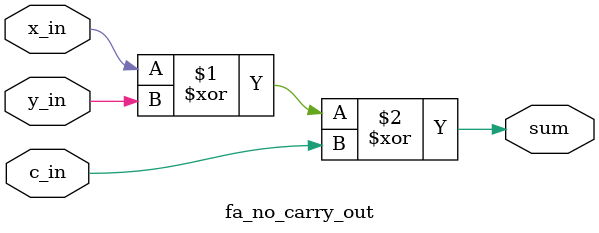
<source format=v>

module fa(c_in, x_in, y_in, sum, carry);
  
  input c_in, x_in, y_in;
  output carry, sum;
  
  assign sum = x_in ^ y_in ^ c_in;
  assign carry = (x_in & y_in & c_in)|(x_in & y_in) |(x_in & c_in) | (y_in & c_in);
  
endmodule


module ha(x_in, y_in, sum, carry);
  
  input x_in, y_in;
  output carry, sum;
  
  assign sum = x_in ^ y_in;
  assign carry = x_in & y_in;
  
endmodule

module fa_no_carry_out(c_in, x_in, y_in, sum/*, carry*/);
  
  input c_in, x_in, y_in;
  output /*carry,*/ sum;
  
  assign sum = x_in ^ y_in ^ c_in;
  //assign carry = (x_in & y_in & c_in)|(x_in & y_in) |(x_in & c_in) | (y_in & c_in);
  
endmodule


</source>
